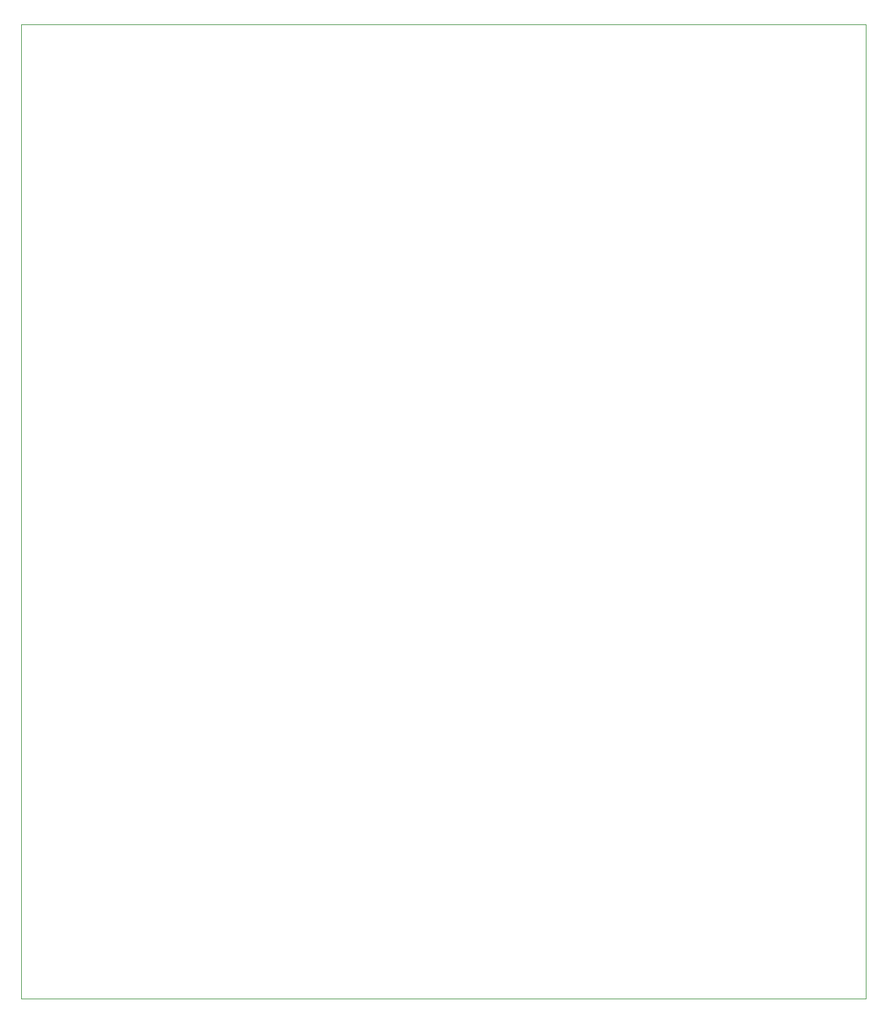
<source format=gbr>
G04 #@! TF.GenerationSoftware,KiCad,Pcbnew,(6.0.1)*
G04 #@! TF.CreationDate,2022-11-15T10:27:02-08:00*
G04 #@! TF.ProjectId,PBJ_EU,50424a5f-4555-42e6-9b69-6361645f7063,6.0*
G04 #@! TF.SameCoordinates,Original*
G04 #@! TF.FileFunction,Profile,NP*
%FSLAX46Y46*%
G04 Gerber Fmt 4.6, Leading zero omitted, Abs format (unit mm)*
G04 Created by KiCad (PCBNEW (6.0.1)) date 2022-11-15 10:27:02*
%MOMM*%
%LPD*%
G01*
G04 APERTURE LIST*
G04 #@! TA.AperFunction,Profile*
%ADD10C,0.050000*%
G04 #@! TD*
G04 APERTURE END LIST*
D10*
X40000000Y-158500000D02*
X151400000Y-158500000D01*
X151400000Y-158500000D02*
X151400000Y-30000000D01*
X40000000Y-158500000D02*
X40000000Y-30000000D01*
X40000000Y-30000000D02*
X151400000Y-30000000D01*
M02*

</source>
